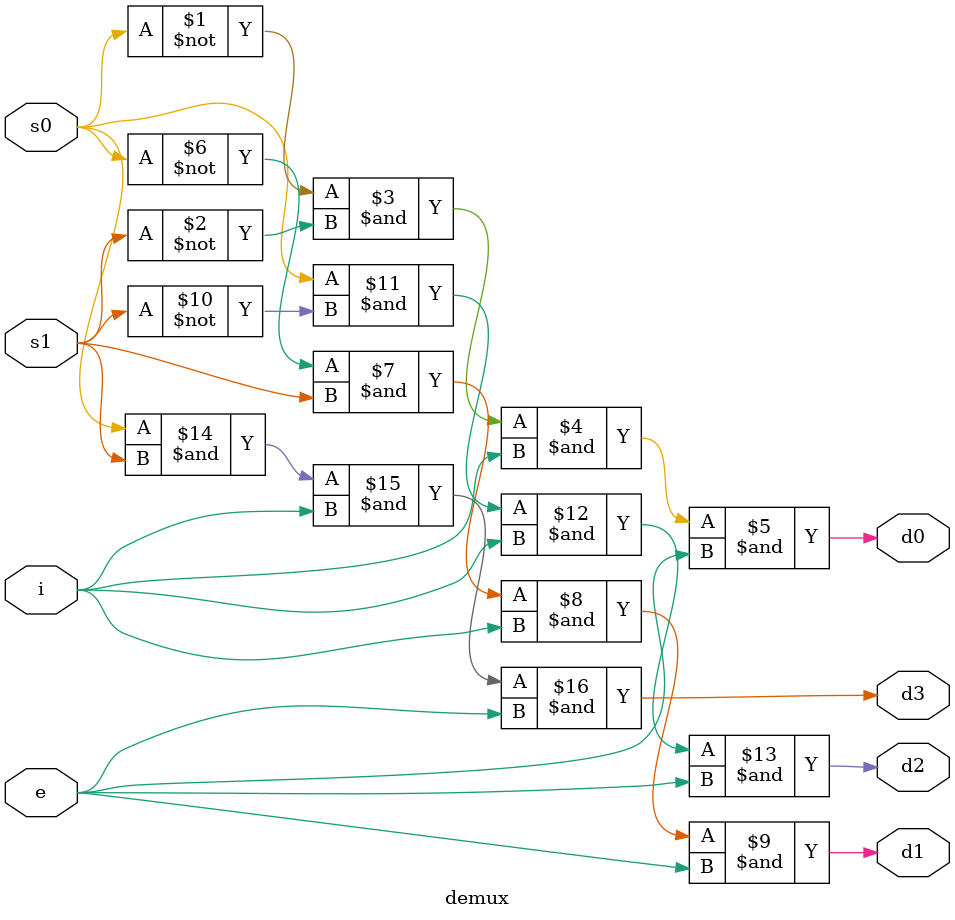
<source format=v>
module demux(d0, d1, d2, d3, s0, s1, i, e);
    input s0, s1, i, e;
    output d0, d1, d2, d3;

    assign d0 = ~s0 & ~s1 & i & e;
    assign d1 = ~s0 & s1 & i & e;
    assign d2 = s0 & ~s1 & i & e;
    assign d3 = s0 & s1 & i & e;
endmodule
</source>
